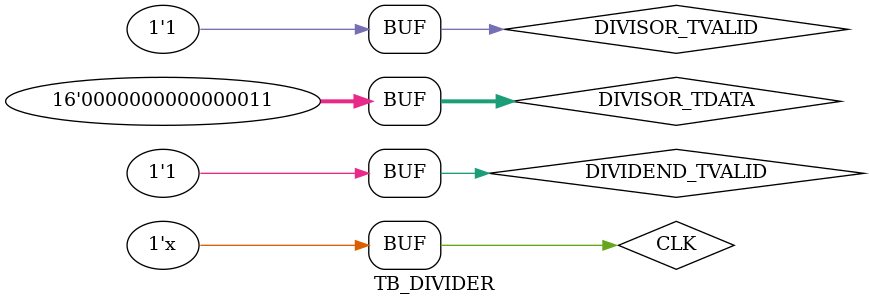
<source format=v>
`timescale 1ns / 1ps

module TB_DIVIDER;

   reg        CLK                ;
   reg        DIVISOR_TVALID     ;
   reg [15:0] DIVISOR_TDATA      ;
   reg        DIVIDEND_TVALID    ;
   reg [23:0] DIVIDEND_TDATA     ;
   wire        DOUT_TVALID        ;
   wire [23:0] DOUT_TDATA         ;
   
   div_gen_0 uut(
                 .aclk                  ( CLK             ),
                 .s_axis_divisor_tvalid ( DIVISOR_TVALID  ),
                 .s_axis_divisor_tdata  ( DIVISOR_TDATA   ),
                 .s_axis_dividend_tvalid( DIVIDEND_TVALID ),
                 .s_axis_dividend_tdata ( DIVIDEND_TDATA  ),
                 .m_axis_dout_tvalid    ( DOUT_TVALID     ),
                 .m_axis_dout_tdata     ( DOUT_TDATA      )
                 );
   
   parameter STEP=20;
   always #(STEP/2)
     CLK = ~CLK;
   initial CLK=0;

   initial begin
      DIVISOR_TVALID  <= 1'b1;
      DIVIDEND_TVALID <= 1'b1;
      DIVISOR_TDATA   <= 16'd3;
      DIVIDEND_TDATA  <= 24'd0;
   end

   always@ (posedge CLK) begin
      DIVIDEND_TDATA <= DIVIDEND_TDATA + 24'd1;
   end
   
endmodule

</source>
